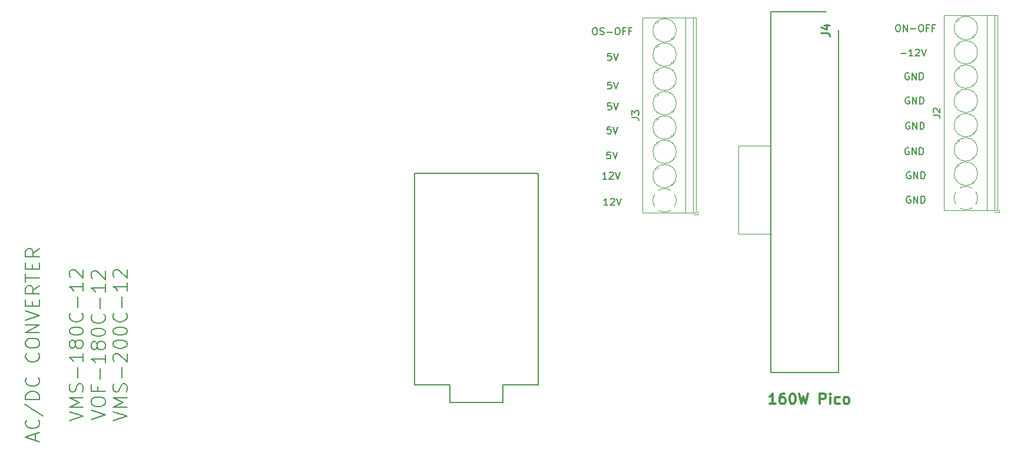
<source format=gbr>
%TF.GenerationSoftware,KiCad,Pcbnew,(5.1.10)-1*%
%TF.CreationDate,2022-08-08T15:21:51-05:00*%
%TF.ProjectId,GEN 1 PSU CARD,47454e20-3120-4505-9355-20434152442e,rev?*%
%TF.SameCoordinates,Original*%
%TF.FileFunction,Legend,Top*%
%TF.FilePolarity,Positive*%
%FSLAX46Y46*%
G04 Gerber Fmt 4.6, Leading zero omitted, Abs format (unit mm)*
G04 Created by KiCad (PCBNEW (5.1.10)-1) date 2022-08-08 15:21:51*
%MOMM*%
%LPD*%
G01*
G04 APERTURE LIST*
%ADD10C,0.300000*%
%ADD11C,0.120000*%
%ADD12C,0.150000*%
%ADD13C,0.200000*%
%ADD14C,0.254000*%
G04 APERTURE END LIST*
D10*
X181934457Y-105682171D02*
X181077314Y-105682171D01*
X181505885Y-105682171D02*
X181505885Y-104182171D01*
X181363028Y-104396457D01*
X181220171Y-104539314D01*
X181077314Y-104610742D01*
X183220171Y-104182171D02*
X182934457Y-104182171D01*
X182791600Y-104253600D01*
X182720171Y-104325028D01*
X182577314Y-104539314D01*
X182505885Y-104825028D01*
X182505885Y-105396457D01*
X182577314Y-105539314D01*
X182648742Y-105610742D01*
X182791600Y-105682171D01*
X183077314Y-105682171D01*
X183220171Y-105610742D01*
X183291600Y-105539314D01*
X183363028Y-105396457D01*
X183363028Y-105039314D01*
X183291600Y-104896457D01*
X183220171Y-104825028D01*
X183077314Y-104753600D01*
X182791600Y-104753600D01*
X182648742Y-104825028D01*
X182577314Y-104896457D01*
X182505885Y-105039314D01*
X184291600Y-104182171D02*
X184434457Y-104182171D01*
X184577314Y-104253600D01*
X184648742Y-104325028D01*
X184720171Y-104467885D01*
X184791600Y-104753600D01*
X184791600Y-105110742D01*
X184720171Y-105396457D01*
X184648742Y-105539314D01*
X184577314Y-105610742D01*
X184434457Y-105682171D01*
X184291600Y-105682171D01*
X184148742Y-105610742D01*
X184077314Y-105539314D01*
X184005885Y-105396457D01*
X183934457Y-105110742D01*
X183934457Y-104753600D01*
X184005885Y-104467885D01*
X184077314Y-104325028D01*
X184148742Y-104253600D01*
X184291600Y-104182171D01*
X185291600Y-104182171D02*
X185648742Y-105682171D01*
X185934457Y-104610742D01*
X186220171Y-105682171D01*
X186577314Y-104182171D01*
X188291600Y-105682171D02*
X188291600Y-104182171D01*
X188863028Y-104182171D01*
X189005885Y-104253600D01*
X189077314Y-104325028D01*
X189148742Y-104467885D01*
X189148742Y-104682171D01*
X189077314Y-104825028D01*
X189005885Y-104896457D01*
X188863028Y-104967885D01*
X188291600Y-104967885D01*
X189791600Y-105682171D02*
X189791600Y-104682171D01*
X189791600Y-104182171D02*
X189720171Y-104253600D01*
X189791600Y-104325028D01*
X189863028Y-104253600D01*
X189791600Y-104182171D01*
X189791600Y-104325028D01*
X191148742Y-105610742D02*
X191005885Y-105682171D01*
X190720171Y-105682171D01*
X190577314Y-105610742D01*
X190505885Y-105539314D01*
X190434457Y-105396457D01*
X190434457Y-104967885D01*
X190505885Y-104825028D01*
X190577314Y-104753600D01*
X190720171Y-104682171D01*
X191005885Y-104682171D01*
X191148742Y-104753600D01*
X192005885Y-105682171D02*
X191863028Y-105610742D01*
X191791600Y-105539314D01*
X191720171Y-105396457D01*
X191720171Y-104967885D01*
X191791600Y-104825028D01*
X191863028Y-104753600D01*
X192005885Y-104682171D01*
X192220171Y-104682171D01*
X192363028Y-104753600D01*
X192434457Y-104825028D01*
X192505885Y-104967885D01*
X192505885Y-105396457D01*
X192434457Y-105539314D01*
X192363028Y-105610742D01*
X192220171Y-105682171D01*
X192005885Y-105682171D01*
D11*
X176560480Y-68437760D02*
X181173120Y-68437760D01*
X176570640Y-81208880D02*
X176560480Y-68437760D01*
X181284880Y-81208880D02*
X176570640Y-81208880D01*
D12*
X75516533Y-110939123D02*
X75516533Y-109986742D01*
X76087961Y-111129600D02*
X74087961Y-110462933D01*
X76087961Y-109796266D01*
X75897485Y-107986742D02*
X75992723Y-108081980D01*
X76087961Y-108367695D01*
X76087961Y-108558171D01*
X75992723Y-108843885D01*
X75802247Y-109034361D01*
X75611771Y-109129600D01*
X75230819Y-109224838D01*
X74945104Y-109224838D01*
X74564152Y-109129600D01*
X74373676Y-109034361D01*
X74183200Y-108843885D01*
X74087961Y-108558171D01*
X74087961Y-108367695D01*
X74183200Y-108081980D01*
X74278438Y-107986742D01*
X73992723Y-105701028D02*
X76564152Y-107415314D01*
X76087961Y-105034361D02*
X74087961Y-105034361D01*
X74087961Y-104558171D01*
X74183200Y-104272457D01*
X74373676Y-104081980D01*
X74564152Y-103986742D01*
X74945104Y-103891504D01*
X75230819Y-103891504D01*
X75611771Y-103986742D01*
X75802247Y-104081980D01*
X75992723Y-104272457D01*
X76087961Y-104558171D01*
X76087961Y-105034361D01*
X75897485Y-101891504D02*
X75992723Y-101986742D01*
X76087961Y-102272457D01*
X76087961Y-102462933D01*
X75992723Y-102748647D01*
X75802247Y-102939123D01*
X75611771Y-103034361D01*
X75230819Y-103129600D01*
X74945104Y-103129600D01*
X74564152Y-103034361D01*
X74373676Y-102939123D01*
X74183200Y-102748647D01*
X74087961Y-102462933D01*
X74087961Y-102272457D01*
X74183200Y-101986742D01*
X74278438Y-101891504D01*
X75897485Y-98367695D02*
X75992723Y-98462933D01*
X76087961Y-98748647D01*
X76087961Y-98939123D01*
X75992723Y-99224838D01*
X75802247Y-99415314D01*
X75611771Y-99510552D01*
X75230819Y-99605790D01*
X74945104Y-99605790D01*
X74564152Y-99510552D01*
X74373676Y-99415314D01*
X74183200Y-99224838D01*
X74087961Y-98939123D01*
X74087961Y-98748647D01*
X74183200Y-98462933D01*
X74278438Y-98367695D01*
X74087961Y-97129600D02*
X74087961Y-96748647D01*
X74183200Y-96558171D01*
X74373676Y-96367695D01*
X74754628Y-96272457D01*
X75421295Y-96272457D01*
X75802247Y-96367695D01*
X75992723Y-96558171D01*
X76087961Y-96748647D01*
X76087961Y-97129600D01*
X75992723Y-97320076D01*
X75802247Y-97510552D01*
X75421295Y-97605790D01*
X74754628Y-97605790D01*
X74373676Y-97510552D01*
X74183200Y-97320076D01*
X74087961Y-97129600D01*
X76087961Y-95415314D02*
X74087961Y-95415314D01*
X76087961Y-94272457D01*
X74087961Y-94272457D01*
X74087961Y-93605790D02*
X76087961Y-92939123D01*
X74087961Y-92272457D01*
X75040342Y-91605790D02*
X75040342Y-90939123D01*
X76087961Y-90653409D02*
X76087961Y-91605790D01*
X74087961Y-91605790D01*
X74087961Y-90653409D01*
X76087961Y-88653409D02*
X75135580Y-89320076D01*
X76087961Y-89796266D02*
X74087961Y-89796266D01*
X74087961Y-89034361D01*
X74183200Y-88843885D01*
X74278438Y-88748647D01*
X74468914Y-88653409D01*
X74754628Y-88653409D01*
X74945104Y-88748647D01*
X75040342Y-88843885D01*
X75135580Y-89034361D01*
X75135580Y-89796266D01*
X74087961Y-88081980D02*
X74087961Y-86939123D01*
X76087961Y-87510552D02*
X74087961Y-87510552D01*
X75040342Y-86272457D02*
X75040342Y-85605790D01*
X76087961Y-85320076D02*
X76087961Y-86272457D01*
X74087961Y-86272457D01*
X74087961Y-85320076D01*
X76087961Y-83320076D02*
X75135580Y-83986742D01*
X76087961Y-84462933D02*
X74087961Y-84462933D01*
X74087961Y-83701028D01*
X74183200Y-83510552D01*
X74278438Y-83415314D01*
X74468914Y-83320076D01*
X74754628Y-83320076D01*
X74945104Y-83415314D01*
X75040342Y-83510552D01*
X75135580Y-83701028D01*
X75135580Y-84462933D01*
X80387961Y-108129600D02*
X82387961Y-107462933D01*
X80387961Y-106796266D01*
X82387961Y-106129600D02*
X80387961Y-106129600D01*
X81816533Y-105462933D01*
X80387961Y-104796266D01*
X82387961Y-104796266D01*
X82292723Y-103939123D02*
X82387961Y-103653409D01*
X82387961Y-103177219D01*
X82292723Y-102986742D01*
X82197485Y-102891504D01*
X82007009Y-102796266D01*
X81816533Y-102796266D01*
X81626057Y-102891504D01*
X81530819Y-102986742D01*
X81435580Y-103177219D01*
X81340342Y-103558171D01*
X81245104Y-103748647D01*
X81149866Y-103843885D01*
X80959390Y-103939123D01*
X80768914Y-103939123D01*
X80578438Y-103843885D01*
X80483200Y-103748647D01*
X80387961Y-103558171D01*
X80387961Y-103081980D01*
X80483200Y-102796266D01*
X81626057Y-101939123D02*
X81626057Y-100415314D01*
X82387961Y-98415314D02*
X82387961Y-99558171D01*
X82387961Y-98986742D02*
X80387961Y-98986742D01*
X80673676Y-99177219D01*
X80864152Y-99367695D01*
X80959390Y-99558171D01*
X81245104Y-97272457D02*
X81149866Y-97462933D01*
X81054628Y-97558171D01*
X80864152Y-97653409D01*
X80768914Y-97653409D01*
X80578438Y-97558171D01*
X80483200Y-97462933D01*
X80387961Y-97272457D01*
X80387961Y-96891504D01*
X80483200Y-96701028D01*
X80578438Y-96605790D01*
X80768914Y-96510552D01*
X80864152Y-96510552D01*
X81054628Y-96605790D01*
X81149866Y-96701028D01*
X81245104Y-96891504D01*
X81245104Y-97272457D01*
X81340342Y-97462933D01*
X81435580Y-97558171D01*
X81626057Y-97653409D01*
X82007009Y-97653409D01*
X82197485Y-97558171D01*
X82292723Y-97462933D01*
X82387961Y-97272457D01*
X82387961Y-96891504D01*
X82292723Y-96701028D01*
X82197485Y-96605790D01*
X82007009Y-96510552D01*
X81626057Y-96510552D01*
X81435580Y-96605790D01*
X81340342Y-96701028D01*
X81245104Y-96891504D01*
X80387961Y-95272457D02*
X80387961Y-95081980D01*
X80483200Y-94891504D01*
X80578438Y-94796266D01*
X80768914Y-94701028D01*
X81149866Y-94605790D01*
X81626057Y-94605790D01*
X82007009Y-94701028D01*
X82197485Y-94796266D01*
X82292723Y-94891504D01*
X82387961Y-95081980D01*
X82387961Y-95272457D01*
X82292723Y-95462933D01*
X82197485Y-95558171D01*
X82007009Y-95653409D01*
X81626057Y-95748647D01*
X81149866Y-95748647D01*
X80768914Y-95653409D01*
X80578438Y-95558171D01*
X80483200Y-95462933D01*
X80387961Y-95272457D01*
X82197485Y-92605790D02*
X82292723Y-92701028D01*
X82387961Y-92986742D01*
X82387961Y-93177219D01*
X82292723Y-93462933D01*
X82102247Y-93653409D01*
X81911771Y-93748647D01*
X81530819Y-93843885D01*
X81245104Y-93843885D01*
X80864152Y-93748647D01*
X80673676Y-93653409D01*
X80483200Y-93462933D01*
X80387961Y-93177219D01*
X80387961Y-92986742D01*
X80483200Y-92701028D01*
X80578438Y-92605790D01*
X81626057Y-91748647D02*
X81626057Y-90224838D01*
X82387961Y-88224838D02*
X82387961Y-89367695D01*
X82387961Y-88796266D02*
X80387961Y-88796266D01*
X80673676Y-88986742D01*
X80864152Y-89177219D01*
X80959390Y-89367695D01*
X80578438Y-87462933D02*
X80483200Y-87367695D01*
X80387961Y-87177219D01*
X80387961Y-86701028D01*
X80483200Y-86510552D01*
X80578438Y-86415314D01*
X80768914Y-86320076D01*
X80959390Y-86320076D01*
X81245104Y-86415314D01*
X82387961Y-87558171D01*
X82387961Y-86320076D01*
X83537961Y-107939123D02*
X85537961Y-107272457D01*
X83537961Y-106605790D01*
X83537961Y-105558171D02*
X83537961Y-105177219D01*
X83633200Y-104986742D01*
X83823676Y-104796266D01*
X84204628Y-104701028D01*
X84871295Y-104701028D01*
X85252247Y-104796266D01*
X85442723Y-104986742D01*
X85537961Y-105177219D01*
X85537961Y-105558171D01*
X85442723Y-105748647D01*
X85252247Y-105939123D01*
X84871295Y-106034361D01*
X84204628Y-106034361D01*
X83823676Y-105939123D01*
X83633200Y-105748647D01*
X83537961Y-105558171D01*
X84490342Y-103177219D02*
X84490342Y-103843885D01*
X85537961Y-103843885D02*
X83537961Y-103843885D01*
X83537961Y-102891504D01*
X84776057Y-102129600D02*
X84776057Y-100605790D01*
X85537961Y-98605790D02*
X85537961Y-99748647D01*
X85537961Y-99177219D02*
X83537961Y-99177219D01*
X83823676Y-99367695D01*
X84014152Y-99558171D01*
X84109390Y-99748647D01*
X84395104Y-97462933D02*
X84299866Y-97653409D01*
X84204628Y-97748647D01*
X84014152Y-97843885D01*
X83918914Y-97843885D01*
X83728438Y-97748647D01*
X83633200Y-97653409D01*
X83537961Y-97462933D01*
X83537961Y-97081980D01*
X83633200Y-96891504D01*
X83728438Y-96796266D01*
X83918914Y-96701028D01*
X84014152Y-96701028D01*
X84204628Y-96796266D01*
X84299866Y-96891504D01*
X84395104Y-97081980D01*
X84395104Y-97462933D01*
X84490342Y-97653409D01*
X84585580Y-97748647D01*
X84776057Y-97843885D01*
X85157009Y-97843885D01*
X85347485Y-97748647D01*
X85442723Y-97653409D01*
X85537961Y-97462933D01*
X85537961Y-97081980D01*
X85442723Y-96891504D01*
X85347485Y-96796266D01*
X85157009Y-96701028D01*
X84776057Y-96701028D01*
X84585580Y-96796266D01*
X84490342Y-96891504D01*
X84395104Y-97081980D01*
X83537961Y-95462933D02*
X83537961Y-95272457D01*
X83633200Y-95081980D01*
X83728438Y-94986742D01*
X83918914Y-94891504D01*
X84299866Y-94796266D01*
X84776057Y-94796266D01*
X85157009Y-94891504D01*
X85347485Y-94986742D01*
X85442723Y-95081980D01*
X85537961Y-95272457D01*
X85537961Y-95462933D01*
X85442723Y-95653409D01*
X85347485Y-95748647D01*
X85157009Y-95843885D01*
X84776057Y-95939123D01*
X84299866Y-95939123D01*
X83918914Y-95843885D01*
X83728438Y-95748647D01*
X83633200Y-95653409D01*
X83537961Y-95462933D01*
X85347485Y-92796266D02*
X85442723Y-92891504D01*
X85537961Y-93177219D01*
X85537961Y-93367695D01*
X85442723Y-93653409D01*
X85252247Y-93843885D01*
X85061771Y-93939123D01*
X84680819Y-94034361D01*
X84395104Y-94034361D01*
X84014152Y-93939123D01*
X83823676Y-93843885D01*
X83633200Y-93653409D01*
X83537961Y-93367695D01*
X83537961Y-93177219D01*
X83633200Y-92891504D01*
X83728438Y-92796266D01*
X84776057Y-91939123D02*
X84776057Y-90415314D01*
X85537961Y-88415314D02*
X85537961Y-89558171D01*
X85537961Y-88986742D02*
X83537961Y-88986742D01*
X83823676Y-89177219D01*
X84014152Y-89367695D01*
X84109390Y-89558171D01*
X83728438Y-87653409D02*
X83633200Y-87558171D01*
X83537961Y-87367695D01*
X83537961Y-86891504D01*
X83633200Y-86701028D01*
X83728438Y-86605790D01*
X83918914Y-86510552D01*
X84109390Y-86510552D01*
X84395104Y-86605790D01*
X85537961Y-87748647D01*
X85537961Y-86510552D01*
X86687961Y-108129600D02*
X88687961Y-107462933D01*
X86687961Y-106796266D01*
X88687961Y-106129600D02*
X86687961Y-106129600D01*
X88116533Y-105462933D01*
X86687961Y-104796266D01*
X88687961Y-104796266D01*
X88592723Y-103939123D02*
X88687961Y-103653409D01*
X88687961Y-103177219D01*
X88592723Y-102986742D01*
X88497485Y-102891504D01*
X88307009Y-102796266D01*
X88116533Y-102796266D01*
X87926057Y-102891504D01*
X87830819Y-102986742D01*
X87735580Y-103177219D01*
X87640342Y-103558171D01*
X87545104Y-103748647D01*
X87449866Y-103843885D01*
X87259390Y-103939123D01*
X87068914Y-103939123D01*
X86878438Y-103843885D01*
X86783200Y-103748647D01*
X86687961Y-103558171D01*
X86687961Y-103081980D01*
X86783200Y-102796266D01*
X87926057Y-101939123D02*
X87926057Y-100415314D01*
X86878438Y-99558171D02*
X86783200Y-99462933D01*
X86687961Y-99272457D01*
X86687961Y-98796266D01*
X86783200Y-98605790D01*
X86878438Y-98510552D01*
X87068914Y-98415314D01*
X87259390Y-98415314D01*
X87545104Y-98510552D01*
X88687961Y-99653409D01*
X88687961Y-98415314D01*
X86687961Y-97177219D02*
X86687961Y-96986742D01*
X86783200Y-96796266D01*
X86878438Y-96701028D01*
X87068914Y-96605790D01*
X87449866Y-96510552D01*
X87926057Y-96510552D01*
X88307009Y-96605790D01*
X88497485Y-96701028D01*
X88592723Y-96796266D01*
X88687961Y-96986742D01*
X88687961Y-97177219D01*
X88592723Y-97367695D01*
X88497485Y-97462933D01*
X88307009Y-97558171D01*
X87926057Y-97653409D01*
X87449866Y-97653409D01*
X87068914Y-97558171D01*
X86878438Y-97462933D01*
X86783200Y-97367695D01*
X86687961Y-97177219D01*
X86687961Y-95272457D02*
X86687961Y-95081980D01*
X86783200Y-94891504D01*
X86878438Y-94796266D01*
X87068914Y-94701028D01*
X87449866Y-94605790D01*
X87926057Y-94605790D01*
X88307009Y-94701028D01*
X88497485Y-94796266D01*
X88592723Y-94891504D01*
X88687961Y-95081980D01*
X88687961Y-95272457D01*
X88592723Y-95462933D01*
X88497485Y-95558171D01*
X88307009Y-95653409D01*
X87926057Y-95748647D01*
X87449866Y-95748647D01*
X87068914Y-95653409D01*
X86878438Y-95558171D01*
X86783200Y-95462933D01*
X86687961Y-95272457D01*
X88497485Y-92605790D02*
X88592723Y-92701028D01*
X88687961Y-92986742D01*
X88687961Y-93177219D01*
X88592723Y-93462933D01*
X88402247Y-93653409D01*
X88211771Y-93748647D01*
X87830819Y-93843885D01*
X87545104Y-93843885D01*
X87164152Y-93748647D01*
X86973676Y-93653409D01*
X86783200Y-93462933D01*
X86687961Y-93177219D01*
X86687961Y-92986742D01*
X86783200Y-92701028D01*
X86878438Y-92605790D01*
X87926057Y-91748647D02*
X87926057Y-90224838D01*
X88687961Y-88224838D02*
X88687961Y-89367695D01*
X88687961Y-88796266D02*
X86687961Y-88796266D01*
X86973676Y-88986742D01*
X87164152Y-89177219D01*
X87259390Y-89367695D01*
X86878438Y-87462933D02*
X86783200Y-87367695D01*
X86687961Y-87177219D01*
X86687961Y-86701028D01*
X86783200Y-86510552D01*
X86878438Y-86415314D01*
X87068914Y-86320076D01*
X87259390Y-86320076D01*
X87545104Y-86415314D01*
X88687961Y-87558171D01*
X88687961Y-86320076D01*
X201310335Y-75786360D02*
X201215097Y-75738740D01*
X201072240Y-75738740D01*
X200929382Y-75786360D01*
X200834144Y-75881598D01*
X200786525Y-75976836D01*
X200738906Y-76167312D01*
X200738906Y-76310169D01*
X200786525Y-76500645D01*
X200834144Y-76595883D01*
X200929382Y-76691121D01*
X201072240Y-76738740D01*
X201167478Y-76738740D01*
X201310335Y-76691121D01*
X201357954Y-76643502D01*
X201357954Y-76310169D01*
X201167478Y-76310169D01*
X201786525Y-76738740D02*
X201786525Y-75738740D01*
X202357954Y-76738740D01*
X202357954Y-75738740D01*
X202834144Y-76738740D02*
X202834144Y-75738740D01*
X203072240Y-75738740D01*
X203215097Y-75786360D01*
X203310335Y-75881598D01*
X203357954Y-75976836D01*
X203405573Y-76167312D01*
X203405573Y-76310169D01*
X203357954Y-76500645D01*
X203310335Y-76595883D01*
X203215097Y-76691121D01*
X203072240Y-76738740D01*
X202834144Y-76738740D01*
X201310335Y-72276080D02*
X201215097Y-72228460D01*
X201072240Y-72228460D01*
X200929382Y-72276080D01*
X200834144Y-72371318D01*
X200786525Y-72466556D01*
X200738906Y-72657032D01*
X200738906Y-72799889D01*
X200786525Y-72990365D01*
X200834144Y-73085603D01*
X200929382Y-73180841D01*
X201072240Y-73228460D01*
X201167478Y-73228460D01*
X201310335Y-73180841D01*
X201357954Y-73133222D01*
X201357954Y-72799889D01*
X201167478Y-72799889D01*
X201786525Y-73228460D02*
X201786525Y-72228460D01*
X202357954Y-73228460D01*
X202357954Y-72228460D01*
X202834144Y-73228460D02*
X202834144Y-72228460D01*
X203072240Y-72228460D01*
X203215097Y-72276080D01*
X203310335Y-72371318D01*
X203357954Y-72466556D01*
X203405573Y-72657032D01*
X203405573Y-72799889D01*
X203357954Y-72990365D01*
X203310335Y-73085603D01*
X203215097Y-73180841D01*
X203072240Y-73228460D01*
X202834144Y-73228460D01*
X201086815Y-68821680D02*
X200991577Y-68774060D01*
X200848720Y-68774060D01*
X200705862Y-68821680D01*
X200610624Y-68916918D01*
X200563005Y-69012156D01*
X200515386Y-69202632D01*
X200515386Y-69345489D01*
X200563005Y-69535965D01*
X200610624Y-69631203D01*
X200705862Y-69726441D01*
X200848720Y-69774060D01*
X200943958Y-69774060D01*
X201086815Y-69726441D01*
X201134434Y-69678822D01*
X201134434Y-69345489D01*
X200943958Y-69345489D01*
X201563005Y-69774060D02*
X201563005Y-68774060D01*
X202134434Y-69774060D01*
X202134434Y-68774060D01*
X202610624Y-69774060D02*
X202610624Y-68774060D01*
X202848720Y-68774060D01*
X202991577Y-68821680D01*
X203086815Y-68916918D01*
X203134434Y-69012156D01*
X203182053Y-69202632D01*
X203182053Y-69345489D01*
X203134434Y-69535965D01*
X203086815Y-69631203D01*
X202991577Y-69726441D01*
X202848720Y-69774060D01*
X202610624Y-69774060D01*
X201198575Y-65138680D02*
X201103337Y-65091060D01*
X200960480Y-65091060D01*
X200817622Y-65138680D01*
X200722384Y-65233918D01*
X200674765Y-65329156D01*
X200627146Y-65519632D01*
X200627146Y-65662489D01*
X200674765Y-65852965D01*
X200722384Y-65948203D01*
X200817622Y-66043441D01*
X200960480Y-66091060D01*
X201055718Y-66091060D01*
X201198575Y-66043441D01*
X201246194Y-65995822D01*
X201246194Y-65662489D01*
X201055718Y-65662489D01*
X201674765Y-66091060D02*
X201674765Y-65091060D01*
X202246194Y-66091060D01*
X202246194Y-65091060D01*
X202722384Y-66091060D02*
X202722384Y-65091060D01*
X202960480Y-65091060D01*
X203103337Y-65138680D01*
X203198575Y-65233918D01*
X203246194Y-65329156D01*
X203293813Y-65519632D01*
X203293813Y-65662489D01*
X203246194Y-65852965D01*
X203198575Y-65948203D01*
X203103337Y-66043441D01*
X202960480Y-66091060D01*
X202722384Y-66091060D01*
X201142695Y-61516640D02*
X201047457Y-61469020D01*
X200904600Y-61469020D01*
X200761742Y-61516640D01*
X200666504Y-61611878D01*
X200618885Y-61707116D01*
X200571266Y-61897592D01*
X200571266Y-62040449D01*
X200618885Y-62230925D01*
X200666504Y-62326163D01*
X200761742Y-62421401D01*
X200904600Y-62469020D01*
X200999838Y-62469020D01*
X201142695Y-62421401D01*
X201190314Y-62373782D01*
X201190314Y-62040449D01*
X200999838Y-62040449D01*
X201618885Y-62469020D02*
X201618885Y-61469020D01*
X202190314Y-62469020D01*
X202190314Y-61469020D01*
X202666504Y-62469020D02*
X202666504Y-61469020D01*
X202904600Y-61469020D01*
X203047457Y-61516640D01*
X203142695Y-61611878D01*
X203190314Y-61707116D01*
X203237933Y-61897592D01*
X203237933Y-62040449D01*
X203190314Y-62230925D01*
X203142695Y-62326163D01*
X203047457Y-62421401D01*
X202904600Y-62469020D01*
X202666504Y-62469020D01*
X201086815Y-58001280D02*
X200991577Y-57953660D01*
X200848720Y-57953660D01*
X200705862Y-58001280D01*
X200610624Y-58096518D01*
X200563005Y-58191756D01*
X200515386Y-58382232D01*
X200515386Y-58525089D01*
X200563005Y-58715565D01*
X200610624Y-58810803D01*
X200705862Y-58906041D01*
X200848720Y-58953660D01*
X200943958Y-58953660D01*
X201086815Y-58906041D01*
X201134434Y-58858422D01*
X201134434Y-58525089D01*
X200943958Y-58525089D01*
X201563005Y-58953660D02*
X201563005Y-57953660D01*
X202134434Y-58953660D01*
X202134434Y-57953660D01*
X202610624Y-58953660D02*
X202610624Y-57953660D01*
X202848720Y-57953660D01*
X202991577Y-58001280D01*
X203086815Y-58096518D01*
X203134434Y-58191756D01*
X203182053Y-58382232D01*
X203182053Y-58525089D01*
X203134434Y-58715565D01*
X203086815Y-58810803D01*
X202991577Y-58906041D01*
X202848720Y-58953660D01*
X202610624Y-58953660D01*
X199914095Y-55174188D02*
X200676000Y-55174188D01*
X201676000Y-55555140D02*
X201104571Y-55555140D01*
X201390285Y-55555140D02*
X201390285Y-54555140D01*
X201295047Y-54697998D01*
X201199809Y-54793236D01*
X201104571Y-54840855D01*
X202056952Y-54650379D02*
X202104571Y-54602760D01*
X202199809Y-54555140D01*
X202437904Y-54555140D01*
X202533142Y-54602760D01*
X202580761Y-54650379D01*
X202628380Y-54745617D01*
X202628380Y-54840855D01*
X202580761Y-54983712D01*
X202009333Y-55555140D01*
X202628380Y-55555140D01*
X202914095Y-54555140D02*
X203247428Y-55555140D01*
X203580761Y-54555140D01*
X199432872Y-51044860D02*
X199623348Y-51044860D01*
X199718586Y-51092480D01*
X199813824Y-51187718D01*
X199861443Y-51378194D01*
X199861443Y-51711527D01*
X199813824Y-51902003D01*
X199718586Y-51997241D01*
X199623348Y-52044860D01*
X199432872Y-52044860D01*
X199337634Y-51997241D01*
X199242396Y-51902003D01*
X199194777Y-51711527D01*
X199194777Y-51378194D01*
X199242396Y-51187718D01*
X199337634Y-51092480D01*
X199432872Y-51044860D01*
X200290015Y-52044860D02*
X200290015Y-51044860D01*
X200861443Y-52044860D01*
X200861443Y-51044860D01*
X201337634Y-51663908D02*
X202099539Y-51663908D01*
X202766205Y-51044860D02*
X202956681Y-51044860D01*
X203051920Y-51092480D01*
X203147158Y-51187718D01*
X203194777Y-51378194D01*
X203194777Y-51711527D01*
X203147158Y-51902003D01*
X203051920Y-51997241D01*
X202956681Y-52044860D01*
X202766205Y-52044860D01*
X202670967Y-51997241D01*
X202575729Y-51902003D01*
X202528110Y-51711527D01*
X202528110Y-51378194D01*
X202575729Y-51187718D01*
X202670967Y-51092480D01*
X202766205Y-51044860D01*
X203956681Y-51521051D02*
X203623348Y-51521051D01*
X203623348Y-52044860D02*
X203623348Y-51044860D01*
X204099539Y-51044860D01*
X204813824Y-51521051D02*
X204480491Y-51521051D01*
X204480491Y-52044860D02*
X204480491Y-51044860D01*
X204956681Y-51044860D01*
X157815992Y-77063860D02*
X157244563Y-77063860D01*
X157530278Y-77063860D02*
X157530278Y-76063860D01*
X157435040Y-76206718D01*
X157339801Y-76301956D01*
X157244563Y-76349575D01*
X158196944Y-76159099D02*
X158244563Y-76111480D01*
X158339801Y-76063860D01*
X158577897Y-76063860D01*
X158673135Y-76111480D01*
X158720754Y-76159099D01*
X158768373Y-76254337D01*
X158768373Y-76349575D01*
X158720754Y-76492432D01*
X158149325Y-77063860D01*
X158768373Y-77063860D01*
X159054087Y-76063860D02*
X159387420Y-77063860D01*
X159720754Y-76063860D01*
X157643272Y-73269100D02*
X157071843Y-73269100D01*
X157357558Y-73269100D02*
X157357558Y-72269100D01*
X157262320Y-72411958D01*
X157167081Y-72507196D01*
X157071843Y-72554815D01*
X158024224Y-72364339D02*
X158071843Y-72316720D01*
X158167081Y-72269100D01*
X158405177Y-72269100D01*
X158500415Y-72316720D01*
X158548034Y-72364339D01*
X158595653Y-72459577D01*
X158595653Y-72554815D01*
X158548034Y-72697672D01*
X157976605Y-73269100D01*
X158595653Y-73269100D01*
X158881367Y-72269100D02*
X159214700Y-73269100D01*
X159548034Y-72269100D01*
X158300443Y-62302140D02*
X157824253Y-62302140D01*
X157776634Y-62778331D01*
X157824253Y-62730712D01*
X157919491Y-62683093D01*
X158157586Y-62683093D01*
X158252824Y-62730712D01*
X158300443Y-62778331D01*
X158348062Y-62873569D01*
X158348062Y-63111664D01*
X158300443Y-63206902D01*
X158252824Y-63254521D01*
X158157586Y-63302140D01*
X157919491Y-63302140D01*
X157824253Y-63254521D01*
X157776634Y-63206902D01*
X158633777Y-62302140D02*
X158967110Y-63302140D01*
X159300443Y-62302140D01*
X158300443Y-59299860D02*
X157824253Y-59299860D01*
X157776634Y-59776051D01*
X157824253Y-59728432D01*
X157919491Y-59680813D01*
X158157586Y-59680813D01*
X158252824Y-59728432D01*
X158300443Y-59776051D01*
X158348062Y-59871289D01*
X158348062Y-60109384D01*
X158300443Y-60204622D01*
X158252824Y-60252241D01*
X158157586Y-60299860D01*
X157919491Y-60299860D01*
X157824253Y-60252241D01*
X157776634Y-60204622D01*
X158633777Y-59299860D02*
X158967110Y-60299860D01*
X159300443Y-59299860D01*
X158244563Y-65756540D02*
X157768373Y-65756540D01*
X157720754Y-66232731D01*
X157768373Y-66185112D01*
X157863611Y-66137493D01*
X158101706Y-66137493D01*
X158196944Y-66185112D01*
X158244563Y-66232731D01*
X158292182Y-66327969D01*
X158292182Y-66566064D01*
X158244563Y-66661302D01*
X158196944Y-66708921D01*
X158101706Y-66756540D01*
X157863611Y-66756540D01*
X157768373Y-66708921D01*
X157720754Y-66661302D01*
X158577897Y-65756540D02*
X158911230Y-66756540D01*
X159244563Y-65756540D01*
X158183603Y-69378580D02*
X157707413Y-69378580D01*
X157659794Y-69854771D01*
X157707413Y-69807152D01*
X157802651Y-69759533D01*
X158040746Y-69759533D01*
X158135984Y-69807152D01*
X158183603Y-69854771D01*
X158231222Y-69950009D01*
X158231222Y-70188104D01*
X158183603Y-70283342D01*
X158135984Y-70330961D01*
X158040746Y-70378580D01*
X157802651Y-70378580D01*
X157707413Y-70330961D01*
X157659794Y-70283342D01*
X158516937Y-69378580D02*
X158850270Y-70378580D01*
X159183603Y-69378580D01*
X158300443Y-55164740D02*
X157824253Y-55164740D01*
X157776634Y-55640931D01*
X157824253Y-55593312D01*
X157919491Y-55545693D01*
X158157586Y-55545693D01*
X158252824Y-55593312D01*
X158300443Y-55640931D01*
X158348062Y-55736169D01*
X158348062Y-55974264D01*
X158300443Y-56069502D01*
X158252824Y-56117121D01*
X158157586Y-56164740D01*
X157919491Y-56164740D01*
X157824253Y-56117121D01*
X157776634Y-56069502D01*
X158633777Y-55164740D02*
X158967110Y-56164740D01*
X159300443Y-55164740D01*
X155863611Y-51481740D02*
X156054087Y-51481740D01*
X156149325Y-51529360D01*
X156244563Y-51624598D01*
X156292182Y-51815074D01*
X156292182Y-52148407D01*
X156244563Y-52338883D01*
X156149325Y-52434121D01*
X156054087Y-52481740D01*
X155863611Y-52481740D01*
X155768373Y-52434121D01*
X155673135Y-52338883D01*
X155625516Y-52148407D01*
X155625516Y-51815074D01*
X155673135Y-51624598D01*
X155768373Y-51529360D01*
X155863611Y-51481740D01*
X156673135Y-52434121D02*
X156815992Y-52481740D01*
X157054087Y-52481740D01*
X157149325Y-52434121D01*
X157196944Y-52386502D01*
X157244563Y-52291264D01*
X157244563Y-52196026D01*
X157196944Y-52100788D01*
X157149325Y-52053169D01*
X157054087Y-52005550D01*
X156863611Y-51957931D01*
X156768373Y-51910312D01*
X156720754Y-51862693D01*
X156673135Y-51767455D01*
X156673135Y-51672217D01*
X156720754Y-51576979D01*
X156768373Y-51529360D01*
X156863611Y-51481740D01*
X157101706Y-51481740D01*
X157244563Y-51529360D01*
X157673135Y-52100788D02*
X158435040Y-52100788D01*
X159101706Y-51481740D02*
X159292182Y-51481740D01*
X159387420Y-51529360D01*
X159482659Y-51624598D01*
X159530278Y-51815074D01*
X159530278Y-52148407D01*
X159482659Y-52338883D01*
X159387420Y-52434121D01*
X159292182Y-52481740D01*
X159101706Y-52481740D01*
X159006468Y-52434121D01*
X158911230Y-52338883D01*
X158863611Y-52148407D01*
X158863611Y-51815074D01*
X158911230Y-51624598D01*
X159006468Y-51529360D01*
X159101706Y-51481740D01*
X160292182Y-51957931D02*
X159958849Y-51957931D01*
X159958849Y-52481740D02*
X159958849Y-51481740D01*
X160435040Y-51481740D01*
X161149325Y-51957931D02*
X160815992Y-51957931D01*
X160815992Y-52481740D02*
X160815992Y-51481740D01*
X161292182Y-51481740D01*
D13*
%TO.C,J4*%
X181219040Y-49141400D02*
X189169040Y-49141400D01*
X181219040Y-101141400D02*
X181219040Y-49141400D01*
X191019040Y-101141400D02*
X181219040Y-101141400D01*
X191019040Y-51841400D02*
X191019040Y-101141400D01*
D12*
%TO.C,U1*%
X147828000Y-102971600D02*
X147828000Y-72491600D01*
X147828000Y-102971600D02*
X142748000Y-102971600D01*
X142748000Y-102971600D02*
X142748000Y-105511600D01*
X142748000Y-105511600D02*
X135128000Y-105511600D01*
X135128000Y-105511600D02*
X135128000Y-102971600D01*
X135128000Y-102971600D02*
X130048000Y-102971600D01*
X130048000Y-102971600D02*
X130048000Y-72491600D01*
X130048000Y-72491600D02*
X147828000Y-72491600D01*
D11*
%TO.C,J3*%
X167648680Y-72851800D02*
G75*
G03*
X167648680Y-72851800I-1680000J0D01*
G01*
X167648680Y-69351800D02*
G75*
G03*
X167648680Y-69351800I-1680000J0D01*
G01*
X167648680Y-65851800D02*
G75*
G03*
X167648680Y-65851800I-1680000J0D01*
G01*
X167648680Y-62351800D02*
G75*
G03*
X167648680Y-62351800I-1680000J0D01*
G01*
X167648680Y-58851800D02*
G75*
G03*
X167648680Y-58851800I-1680000J0D01*
G01*
X167648680Y-55351800D02*
G75*
G03*
X167648680Y-55351800I-1680000J0D01*
G01*
X167648680Y-51851800D02*
G75*
G03*
X167648680Y-51851800I-1680000J0D01*
G01*
X170068680Y-78161800D02*
X170068680Y-50041800D01*
X168968680Y-78161800D02*
X168968680Y-50041800D01*
X162808680Y-78161800D02*
X162808680Y-50041800D01*
X170528680Y-78161800D02*
X170528680Y-50041800D01*
X162808680Y-78161800D02*
X170528680Y-78161800D01*
X162808680Y-50041800D02*
X170528680Y-50041800D01*
X164899680Y-71576800D02*
X165027680Y-71705800D01*
X167149680Y-73826800D02*
X167242680Y-73920800D01*
X164693680Y-71781800D02*
X164787680Y-71875800D01*
X166909680Y-73996800D02*
X167037680Y-74125800D01*
X164899680Y-68076800D02*
X165027680Y-68205800D01*
X167149680Y-70326800D02*
X167242680Y-70420800D01*
X164693680Y-68281800D02*
X164787680Y-68375800D01*
X166909680Y-70496800D02*
X167037680Y-70625800D01*
X164899680Y-64576800D02*
X165027680Y-64705800D01*
X167149680Y-66826800D02*
X167242680Y-66920800D01*
X164693680Y-64781800D02*
X164787680Y-64875800D01*
X166909680Y-66996800D02*
X167037680Y-67125800D01*
X164899680Y-61076800D02*
X165027680Y-61205800D01*
X167149680Y-63326800D02*
X167242680Y-63420800D01*
X164693680Y-61281800D02*
X164787680Y-61375800D01*
X166909680Y-63496800D02*
X167037680Y-63625800D01*
X164899680Y-57576800D02*
X165027680Y-57705800D01*
X167149680Y-59826800D02*
X167242680Y-59920800D01*
X164693680Y-57781800D02*
X164787680Y-57875800D01*
X166909680Y-59996800D02*
X167037680Y-60125800D01*
X164899680Y-54076800D02*
X165027680Y-54205800D01*
X167149680Y-56326800D02*
X167242680Y-56420800D01*
X164693680Y-54281800D02*
X164787680Y-54375800D01*
X166909680Y-56496800D02*
X167037680Y-56625800D01*
X164899680Y-50576800D02*
X165027680Y-50705800D01*
X167149680Y-52826800D02*
X167242680Y-52920800D01*
X164693680Y-50781800D02*
X164787680Y-50875800D01*
X166909680Y-52996800D02*
X167037680Y-53125800D01*
X170128680Y-78401800D02*
X170768680Y-78401800D01*
X170768680Y-78401800D02*
X170768680Y-78001800D01*
X167648779Y-76323126D02*
G75*
G02*
X167408680Y-77217800I-1680099J-28674D01*
G01*
X166858574Y-77777158D02*
G75*
G02*
X165102680Y-77791800I-889894J1425358D01*
G01*
X164543322Y-77241694D02*
G75*
G02*
X164528680Y-75485800I1425358J889894D01*
G01*
X165078487Y-74926295D02*
G75*
G02*
X166859680Y-74926800I890193J-1425505D01*
G01*
X167393401Y-75461536D02*
G75*
G02*
X167648680Y-76351800I-1424721J-890264D01*
G01*
%TO.C,J2*%
X210965840Y-72516520D02*
G75*
G03*
X210965840Y-72516520I-1680000J0D01*
G01*
X210965840Y-69016520D02*
G75*
G03*
X210965840Y-69016520I-1680000J0D01*
G01*
X210965840Y-65516520D02*
G75*
G03*
X210965840Y-65516520I-1680000J0D01*
G01*
X210965840Y-62016520D02*
G75*
G03*
X210965840Y-62016520I-1680000J0D01*
G01*
X210965840Y-58516520D02*
G75*
G03*
X210965840Y-58516520I-1680000J0D01*
G01*
X210965840Y-55016520D02*
G75*
G03*
X210965840Y-55016520I-1680000J0D01*
G01*
X210965840Y-51516520D02*
G75*
G03*
X210965840Y-51516520I-1680000J0D01*
G01*
X213385840Y-77826520D02*
X213385840Y-49706520D01*
X212285840Y-77826520D02*
X212285840Y-49706520D01*
X206125840Y-77826520D02*
X206125840Y-49706520D01*
X213845840Y-77826520D02*
X213845840Y-49706520D01*
X206125840Y-77826520D02*
X213845840Y-77826520D01*
X206125840Y-49706520D02*
X213845840Y-49706520D01*
X208216840Y-71241520D02*
X208344840Y-71370520D01*
X210466840Y-73491520D02*
X210559840Y-73585520D01*
X208010840Y-71446520D02*
X208104840Y-71540520D01*
X210226840Y-73661520D02*
X210354840Y-73790520D01*
X208216840Y-67741520D02*
X208344840Y-67870520D01*
X210466840Y-69991520D02*
X210559840Y-70085520D01*
X208010840Y-67946520D02*
X208104840Y-68040520D01*
X210226840Y-70161520D02*
X210354840Y-70290520D01*
X208216840Y-64241520D02*
X208344840Y-64370520D01*
X210466840Y-66491520D02*
X210559840Y-66585520D01*
X208010840Y-64446520D02*
X208104840Y-64540520D01*
X210226840Y-66661520D02*
X210354840Y-66790520D01*
X208216840Y-60741520D02*
X208344840Y-60870520D01*
X210466840Y-62991520D02*
X210559840Y-63085520D01*
X208010840Y-60946520D02*
X208104840Y-61040520D01*
X210226840Y-63161520D02*
X210354840Y-63290520D01*
X208216840Y-57241520D02*
X208344840Y-57370520D01*
X210466840Y-59491520D02*
X210559840Y-59585520D01*
X208010840Y-57446520D02*
X208104840Y-57540520D01*
X210226840Y-59661520D02*
X210354840Y-59790520D01*
X208216840Y-53741520D02*
X208344840Y-53870520D01*
X210466840Y-55991520D02*
X210559840Y-56085520D01*
X208010840Y-53946520D02*
X208104840Y-54040520D01*
X210226840Y-56161520D02*
X210354840Y-56290520D01*
X208216840Y-50241520D02*
X208344840Y-50370520D01*
X210466840Y-52491520D02*
X210559840Y-52585520D01*
X208010840Y-50446520D02*
X208104840Y-50540520D01*
X210226840Y-52661520D02*
X210354840Y-52790520D01*
X213445840Y-78066520D02*
X214085840Y-78066520D01*
X214085840Y-78066520D02*
X214085840Y-77666520D01*
X210965939Y-75987846D02*
G75*
G02*
X210725840Y-76882520I-1680099J-28674D01*
G01*
X210175734Y-77441878D02*
G75*
G02*
X208419840Y-77456520I-889894J1425358D01*
G01*
X207860482Y-76906414D02*
G75*
G02*
X207845840Y-75150520I1425358J889894D01*
G01*
X208395647Y-74591015D02*
G75*
G02*
X210176840Y-74591520I890193J-1425505D01*
G01*
X210710561Y-75126256D02*
G75*
G02*
X210965840Y-76016520I-1424721J-890264D01*
G01*
%TO.C,J4*%
D14*
X188473563Y-52264733D02*
X189380706Y-52264733D01*
X189562135Y-52325209D01*
X189683087Y-52446161D01*
X189743563Y-52627590D01*
X189743563Y-52748542D01*
X188896897Y-51115685D02*
X189743563Y-51115685D01*
X188413087Y-51418066D02*
X189320230Y-51720447D01*
X189320230Y-50934257D01*
%TO.C,J3*%
D12*
X161261060Y-64435133D02*
X161975346Y-64435133D01*
X162118203Y-64482752D01*
X162213441Y-64577990D01*
X162261060Y-64720847D01*
X162261060Y-64816085D01*
X161261060Y-64054180D02*
X161261060Y-63435133D01*
X161642013Y-63768466D01*
X161642013Y-63625609D01*
X161689632Y-63530371D01*
X161737251Y-63482752D01*
X161832489Y-63435133D01*
X162070584Y-63435133D01*
X162165822Y-63482752D01*
X162213441Y-63530371D01*
X162261060Y-63625609D01*
X162261060Y-63911323D01*
X162213441Y-64006561D01*
X162165822Y-64054180D01*
%TO.C,J2*%
X204578220Y-64099853D02*
X205292506Y-64099853D01*
X205435363Y-64147472D01*
X205530601Y-64242710D01*
X205578220Y-64385567D01*
X205578220Y-64480805D01*
X204673459Y-63671281D02*
X204625840Y-63623662D01*
X204578220Y-63528424D01*
X204578220Y-63290329D01*
X204625840Y-63195091D01*
X204673459Y-63147472D01*
X204768697Y-63099853D01*
X204863935Y-63099853D01*
X205006792Y-63147472D01*
X205578220Y-63718900D01*
X205578220Y-63099853D01*
%TD*%
M02*

</source>
